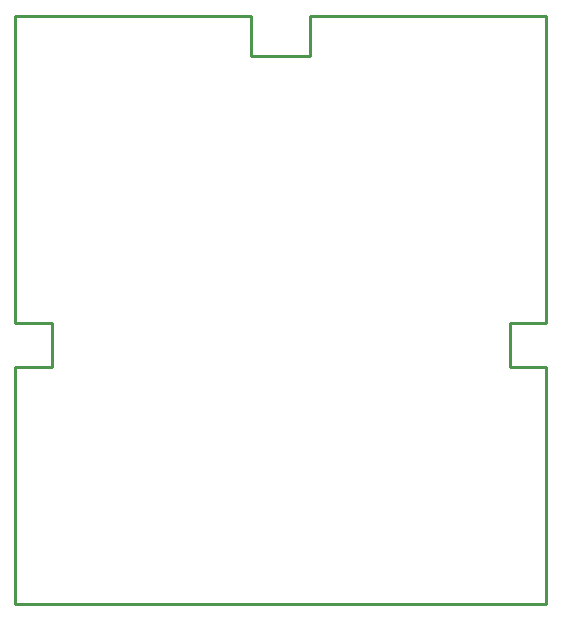
<source format=gko>
%FSTAX24Y24*%
%MOIN*%
G70*
G01*
G75*
G04 Layer_Color=16711935*
%ADD10O,0.0630X0.0138*%
%ADD11R,0.0630X0.0138*%
%ADD12R,0.0315X0.0374*%
%ADD13O,0.0709X0.0118*%
%ADD14O,0.0118X0.0709*%
%ADD15R,0.0374X0.0315*%
%ADD16O,0.0138X0.0630*%
%ADD17R,0.0138X0.0630*%
%ADD18R,0.0630X0.0630*%
%ADD19R,0.0551X0.0827*%
%ADD20R,0.1004X0.0374*%
%ADD21R,0.1004X0.1299*%
%ADD22R,0.0512X0.0472*%
%ADD23R,0.0472X0.0512*%
%ADD24C,0.0100*%
%ADD25C,0.0200*%
%ADD26R,0.0591X0.0591*%
%ADD27C,0.0591*%
%ADD28R,0.0591X0.0591*%
%ADD29C,0.1181*%
%ADD30C,0.0787*%
%ADD31C,0.0320*%
%ADD32C,0.0472*%
%ADD33R,0.0900X0.2200*%
%ADD34R,0.0217X0.0472*%
%ADD35R,0.0256X0.0472*%
%ADD36C,0.0079*%
%ADD37C,0.0098*%
%ADD38C,0.0236*%
%ADD39C,0.0039*%
%ADD40C,0.0039*%
%ADD41O,0.0710X0.0218*%
%ADD42R,0.0710X0.0218*%
%ADD43R,0.0395X0.0454*%
%ADD44O,0.0789X0.0198*%
%ADD45O,0.0198X0.0789*%
%ADD46R,0.0454X0.0395*%
%ADD47O,0.0218X0.0710*%
%ADD48R,0.0218X0.0710*%
%ADD49R,0.0710X0.0710*%
%ADD50R,0.0631X0.0907*%
%ADD51R,0.1084X0.0454*%
%ADD52R,0.1084X0.1379*%
%ADD53R,0.0592X0.0552*%
%ADD54R,0.0552X0.0592*%
%ADD55R,0.0671X0.0671*%
%ADD56C,0.0671*%
%ADD57R,0.0671X0.0671*%
%ADD58C,0.1261*%
%ADD59C,0.0867*%
%ADD60C,0.0400*%
%ADD61C,0.0552*%
%ADD62R,0.0980X0.2280*%
%ADD63R,0.0256X0.0512*%
%ADD64R,0.0336X0.0552*%
D24*
X037517Y0109D02*
Y018774D01*
X0198Y0109D02*
X037517D01*
X0198D02*
Y018774D01*
X037517Y020264D02*
Y0305D01*
X0198D02*
X027674D01*
X0198Y020264D02*
Y0305D01*
X02105Y018774D02*
Y02025D01*
X0363Y018774D02*
Y020264D01*
X027674Y02915D02*
X029643D01*
X027674D02*
Y0305D01*
X0198Y020264D02*
X02105D01*
X0363D02*
X037517D01*
X029643Y02915D02*
Y0305D01*
X037517D01*
X0198Y018774D02*
X02105D01*
X0363D02*
X037517D01*
M02*

</source>
